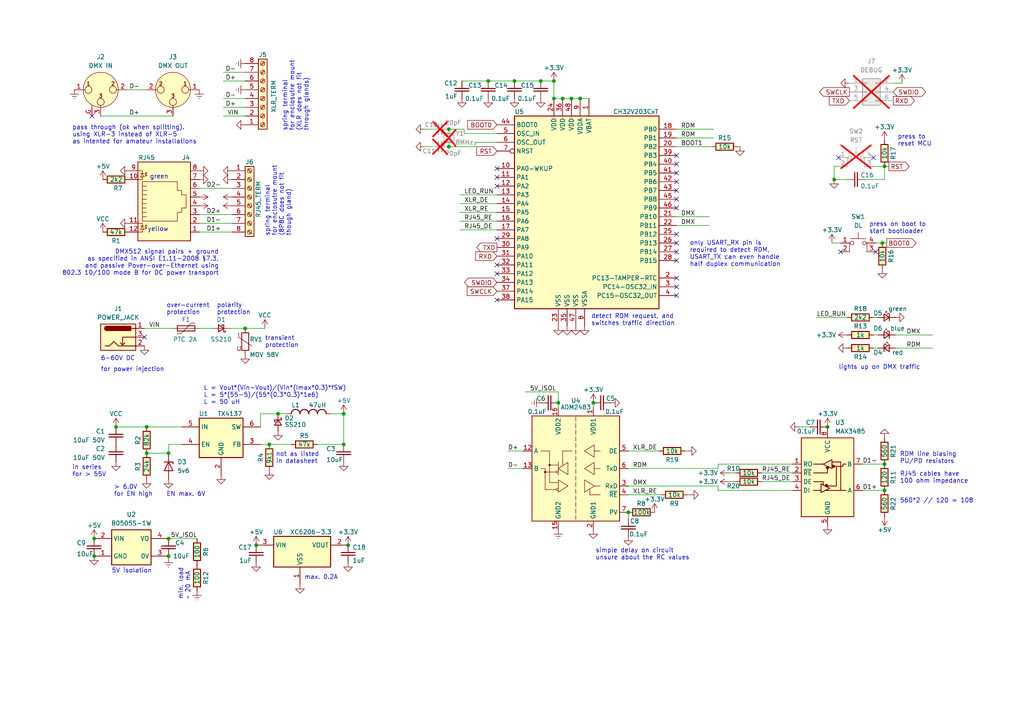
<source format=kicad_sch>
(kicad_sch (version 20230121) (generator eeschema)

  (uuid 43fc3289-82a7-492c-a423-3030e10115dc)

  (paper "A4")

  (title_block
    (title "WLED chain - RDM splitter")
    (date "$date$")
    (rev "$version$.$revision$")
    (company "CuVoodoo")
    (comment 1 "King Kévin")
    (comment 2 "CERN-OHL-S")
  )

  

  (junction (at 130.175 37.465) (diameter 0) (color 0 0 0 0)
    (uuid 04ece33a-82c7-48aa-96be-23f5c9070dd2)
  )
  (junction (at 27.305 161.29) (diameter 0) (color 0 0 0 0)
    (uuid 053b9578-49d8-4919-a0f3-56e2340bd331)
  )
  (junction (at 241.935 52.07) (diameter 0) (color 0 0 0 0)
    (uuid 0f3359e5-6238-46ab-94e2-5ad31d035354)
  )
  (junction (at 33.655 123.825) (diameter 0) (color 0 0 0 0)
    (uuid 2381e810-f9ab-408f-8a13-568604598db3)
  )
  (junction (at 168.275 28.575) (diameter 0) (color 0 0 0 0)
    (uuid 29507642-46ce-44fb-b98d-363d82593318)
  )
  (junction (at 42.545 131.445) (diameter 0) (color 0 0 0 0)
    (uuid 3d3f9b05-2452-471e-a1d9-12ea01bce859)
  )
  (junction (at 42.545 123.825) (diameter 0) (color 0 0 0 0)
    (uuid 418b8900-b8aa-408b-b20b-51b726e1ea8e)
  )
  (junction (at 165.735 28.575) (diameter 0) (color 0 0 0 0)
    (uuid 44c7b01e-eb95-4da7-b1f0-892e009c9139)
  )
  (junction (at 141.605 23.495) (diameter 0) (color 0 0 0 0)
    (uuid 4c9f21ce-013c-4a22-b1aa-eaa29b9aef34)
  )
  (junction (at 161.925 116.84) (diameter 0) (color 0 0 0 0)
    (uuid 4f686cab-d470-4c38-98c2-52ab5aa35d83)
  )
  (junction (at 130.175 42.545) (diameter 0) (color 0 0 0 0)
    (uuid 5359f887-a934-4765-86c5-cdeee7f58081)
  )
  (junction (at 80.645 120.015) (diameter 0) (color 0 0 0 0)
    (uuid 595ae46b-574d-4228-a427-a190dbead22e)
  )
  (junction (at 160.655 23.495) (diameter 0) (color 0 0 0 0)
    (uuid 66b6536a-a22f-464a-b3ba-37ac35c01920)
  )
  (junction (at 160.655 28.575) (diameter 0) (color 0 0 0 0)
    (uuid 6b5302c2-53bf-416a-a4f9-4067766988ad)
  )
  (junction (at 99.695 120.015) (diameter 0) (color 0 0 0 0)
    (uuid 75101be1-061b-40fb-b1d0-412692f31790)
  )
  (junction (at 149.225 23.495) (diameter 0) (color 0 0 0 0)
    (uuid 7ab20d8e-e5b0-4065-8993-605161ac3986)
  )
  (junction (at 48.895 156.21) (diameter 0) (color 0 0 0 0)
    (uuid 7b3a716c-7310-4802-81b7-0d289cd89f7f)
  )
  (junction (at 255.905 70.485) (diameter 0) (color 0 0 0 0)
    (uuid 7d3325b9-e7b8-4057-96b9-0c22317cd3d4)
  )
  (junction (at 27.305 156.21) (diameter 0) (color 0 0 0 0)
    (uuid 7dde6f66-5a7d-4110-a676-1dd34fc8651c)
  )
  (junction (at 172.085 116.84) (diameter 0) (color 0 0 0 0)
    (uuid 846b74dd-bf9f-4920-8053-9bec0318a29b)
  )
  (junction (at 99.695 128.905) (diameter 0) (color 0 0 0 0)
    (uuid 9ae3e424-e011-471f-a7c6-1205c33624d0)
  )
  (junction (at 71.12 95.25) (diameter 0) (color 0 0 0 0)
    (uuid 9c8ba87a-8d68-40be-96cf-4cb53fd58420)
  )
  (junction (at 163.195 28.575) (diameter 0) (color 0 0 0 0)
    (uuid 9d92710d-6837-4953-821f-d8846fb33d37)
  )
  (junction (at 256.54 134.62) (diameter 0) (color 0 0 0 0)
    (uuid a95155c6-2533-435e-bc48-3643071afdea)
  )
  (junction (at 240.03 123.825) (diameter 0) (color 0 0 0 0)
    (uuid ad578a8b-3b08-464b-9b6e-75cdf666b031)
  )
  (junction (at 74.295 158.115) (diameter 0) (color 0 0 0 0)
    (uuid afd59980-819d-4e13-96b3-e48c8d96cb25)
  )
  (junction (at 48.895 161.29) (diameter 0) (color 0 0 0 0)
    (uuid b95518fa-a2f6-4df3-a747-9066bd5222b4)
  )
  (junction (at 100.965 158.115) (diameter 0) (color 0 0 0 0)
    (uuid bad4e767-5046-4026-91cc-06b418a6f56b)
  )
  (junction (at 182.245 148.59) (diameter 0) (color 0 0 0 0)
    (uuid c482f8cf-039a-41df-a0f4-0a4ff4e693ce)
  )
  (junction (at 256.54 48.26) (diameter 0) (color 0 0 0 0)
    (uuid c7f8def2-a6f1-4d8e-adeb-50ce5bf16373)
  )
  (junction (at 256.54 142.24) (diameter 0) (color 0 0 0 0)
    (uuid d330c838-93c6-4bac-b7e7-d260266b0355)
  )
  (junction (at 156.845 23.495) (diameter 0) (color 0 0 0 0)
    (uuid d63a9990-0a92-4f15-9681-2467f36584a6)
  )
  (junction (at 78.105 128.905) (diameter 0) (color 0 0 0 0)
    (uuid f0d48008-dca5-49bd-ba34-60ab0a6e2f4f)
  )
  (junction (at 48.895 131.445) (diameter 0) (color 0 0 0 0)
    (uuid f14341c2-e3e8-464c-b7e9-e5cae85309ef)
  )

  (no_connect (at 196.215 60.325) (uuid 06c67900-8f59-4074-a678-911a93ca1a0f))
  (no_connect (at 41.91 97.79) (uuid 0f2cf2e5-fba9-4f5a-9346-75a0c1627120))
  (no_connect (at 144.145 48.895) (uuid 1431f002-39db-4c6a-b14b-1de390a4c8e2))
  (no_connect (at 196.215 85.725) (uuid 155601bc-0e60-4ec1-8167-3260ad1f3338))
  (no_connect (at 243.84 73.025) (uuid 16226224-497d-4efd-b78d-aa4e83c35696))
  (no_connect (at 144.145 76.835) (uuid 24e898ed-deaf-477f-805e-55aa43129013))
  (no_connect (at 196.215 83.185) (uuid 2abb46ae-7752-469d-91e6-f92cc6cfb17c))
  (no_connect (at 196.215 45.085) (uuid 31508b75-3236-49e3-af58-b125f562c544))
  (no_connect (at 196.215 67.945) (uuid 31edabcd-b51e-436b-995f-f6b539dac8ad))
  (no_connect (at 196.215 52.705) (uuid 4474ee6e-825a-4a0e-86da-419b3ede111c))
  (no_connect (at 26.67 33.655) (uuid 49cf0752-3b41-4e1b-a36a-5d1632e728e1))
  (no_connect (at 144.145 69.215) (uuid 5b6f23e6-8ea4-4915-9520-b052eeaa7bd4))
  (no_connect (at 196.215 55.245) (uuid 6e6e015a-bd05-4f4e-a36a-2eda73fdca25))
  (no_connect (at 144.145 51.435) (uuid 7ed72009-d629-4cfb-b509-95299070d949))
  (no_connect (at 196.215 75.565) (uuid 85e2ea23-2b33-4e80-846f-8a175b74f198))
  (no_connect (at 144.145 79.375) (uuid 8831f111-b17c-4531-9ee1-13384dddbd02))
  (no_connect (at 144.145 53.975) (uuid b2355dbf-92f9-4db0-a8bf-49c8d653bb52))
  (no_connect (at 196.215 73.025) (uuid bc52f30a-b9fe-4ec9-8d64-c2be886aaf03))
  (no_connect (at 254 73.025) (uuid bc590ddc-f374-4a6c-9a5d-4549dab6264c))
  (no_connect (at 196.215 57.785) (uuid dc61955a-575d-4db6-ac00-ad753a57c174))
  (no_connect (at 144.145 86.995) (uuid e1e554b6-0c65-48b5-9088-79be0e3cecf0))
  (no_connect (at 196.215 47.625) (uuid e46040d5-7478-4d36-bacf-7cc82af51b05))
  (no_connect (at 253.365 45.72) (uuid e5bb4af7-4798-4bd9-92e6-d5c25e7bd3f9))
  (no_connect (at 196.215 50.165) (uuid f2cfe634-0936-41cb-b244-5874b9e02b78))
  (no_connect (at 196.215 70.485) (uuid f96b83f0-af7c-4cf3-96e1-eb99e686b5a2))
  (no_connect (at 196.215 80.645) (uuid fa952dc3-788e-4be7-9a67-4cf63383d4ca))
  (no_connect (at 243.205 45.72) (uuid fbc15fc1-3ff2-4789-b945-2ed4e5131bc4))

  (wire (pts (xy 256.54 48.26) (xy 256.54 52.07))
    (stroke (width 0) (type default))
    (uuid 09f4144a-c438-4a75-817f-575b0bbb57c2)
  )
  (wire (pts (xy 156.845 23.495) (xy 149.225 23.495))
    (stroke (width 0) (type default))
    (uuid 0d6b352e-3d6f-44a7-8f51-9f43d3a68589)
  )
  (wire (pts (xy 36.83 26.035) (xy 42.545 26.035))
    (stroke (width 0) (type default))
    (uuid 0f936abd-1086-4d4e-95ef-610044c3f7d8)
  )
  (wire (pts (xy 64.77 28.575) (xy 71.12 28.575))
    (stroke (width 0) (type default))
    (uuid 0fc2c461-8858-4dcb-bff3-ef891c66c5d6)
  )
  (wire (pts (xy 75.565 123.825) (xy 75.565 120.015))
    (stroke (width 0) (type default))
    (uuid 10fbb8be-5db3-4c84-a84c-040d45b7bdb6)
  )
  (wire (pts (xy 257.175 70.485) (xy 255.905 70.485))
    (stroke (width 0) (type default))
    (uuid 14517fda-8a14-4ba9-b719-56bca6944705)
  )
  (wire (pts (xy 64.77 33.655) (xy 71.12 33.655))
    (stroke (width 0) (type default))
    (uuid 158956e9-7b3c-4c61-955d-079399bcac62)
  )
  (wire (pts (xy 48.895 161.925) (xy 48.895 161.29))
    (stroke (width 0) (type default))
    (uuid 15bf186a-6bea-4b26-a32e-3c0ab418dad9)
  )
  (wire (pts (xy 134.62 38.735) (xy 144.145 38.735))
    (stroke (width 0) (type default))
    (uuid 1afbf3f1-7427-49eb-bafe-e1d1e8efeb41)
  )
  (wire (pts (xy 147.32 130.81) (xy 151.765 130.81))
    (stroke (width 0) (type default))
    (uuid 1f40488e-c4d2-475d-a2fc-373560b5c09d)
  )
  (wire (pts (xy 161.925 116.84) (xy 161.925 118.11))
    (stroke (width 0) (type default))
    (uuid 1f6e4d34-18a6-4b3a-a9a8-4a7441fc2a36)
  )
  (wire (pts (xy 182.245 135.89) (xy 208.28 135.89))
    (stroke (width 0) (type default))
    (uuid 2230bc36-f892-4f60-8dcd-1aff12df2037)
  )
  (wire (pts (xy 130.175 37.465) (xy 134.62 37.465))
    (stroke (width 0) (type default))
    (uuid 27474408-bcfe-4ad4-b534-0a2e500fe695)
  )
  (wire (pts (xy 250.19 142.24) (xy 256.54 142.24))
    (stroke (width 0) (type default))
    (uuid 2cd5a208-f920-49c1-9c25-256cde4ef706)
  )
  (wire (pts (xy 220.98 137.16) (xy 229.87 137.16))
    (stroke (width 0) (type default))
    (uuid 2f42c3e2-0c11-44b7-b3fe-890995391646)
  )
  (wire (pts (xy 42.545 123.825) (xy 52.705 123.825))
    (stroke (width 0) (type default))
    (uuid 308805e9-9daf-43df-98b8-6580a1095126)
  )
  (wire (pts (xy 67.31 54.61) (xy 57.785 54.61))
    (stroke (width 0) (type default))
    (uuid 320ea6d6-4e3f-4154-9fda-a91a469fc8ce)
  )
  (wire (pts (xy 161.925 113.665) (xy 161.925 116.84))
    (stroke (width 0) (type default))
    (uuid 3380267d-4579-4bfb-9d56-84827b785c80)
  )
  (wire (pts (xy 182.245 130.81) (xy 191.135 130.81))
    (stroke (width 0) (type default))
    (uuid 3447473a-afce-4236-990d-da99b6ab7335)
  )
  (wire (pts (xy 67.31 62.23) (xy 57.785 62.23))
    (stroke (width 0) (type default))
    (uuid 3706c00b-2a6c-4a2f-a5d4-dea770bed30f)
  )
  (wire (pts (xy 67.31 64.77) (xy 57.785 64.77))
    (stroke (width 0) (type default))
    (uuid 3838bb9b-66d2-4446-b325-0f8b12ca4292)
  )
  (wire (pts (xy 241.3 70.485) (xy 243.84 70.485))
    (stroke (width 0) (type default))
    (uuid 3d1c71ce-e66b-4c36-97a3-b60335fb7eb4)
  )
  (wire (pts (xy 256.54 48.26) (xy 253.365 48.26))
    (stroke (width 0) (type default))
    (uuid 415f4d2f-613d-4486-8ea5-13d320b796a0)
  )
  (wire (pts (xy 137.795 41.275) (xy 137.795 42.545))
    (stroke (width 0) (type default))
    (uuid 41b560df-98b7-46ef-a0fa-5d882766ec78)
  )
  (wire (pts (xy 229.87 142.24) (xy 208.28 142.24))
    (stroke (width 0) (type default))
    (uuid 481c49aa-b899-4efd-9d92-5eed96700f01)
  )
  (wire (pts (xy 229.87 139.7) (xy 220.98 139.7))
    (stroke (width 0) (type default))
    (uuid 4f15edda-b412-41da-8141-910e1f17649b)
  )
  (wire (pts (xy 92.075 128.905) (xy 99.695 128.905))
    (stroke (width 0) (type default))
    (uuid 4fa2f3cc-06fb-43e4-87d1-4fc3eb5304e5)
  )
  (wire (pts (xy 196.215 40.005) (xy 207.01 40.005))
    (stroke (width 0) (type default))
    (uuid 516cdd9a-ebe6-4982-8065-e47e7a30cf31)
  )
  (wire (pts (xy 256.54 52.07) (xy 250.825 52.07))
    (stroke (width 0) (type default))
    (uuid 5171b58b-defa-467e-9cce-abe301022f45)
  )
  (wire (pts (xy 133.985 23.495) (xy 141.605 23.495))
    (stroke (width 0) (type default))
    (uuid 54f73a38-a546-44db-8ce3-1f522b1261c9)
  )
  (wire (pts (xy 48.895 128.905) (xy 52.705 128.905))
    (stroke (width 0) (type default))
    (uuid 5526da05-d74f-4ed0-98c5-9fb4333895ba)
  )
  (wire (pts (xy 198.755 130.81) (xy 199.39 130.81))
    (stroke (width 0) (type default))
    (uuid 5a53395c-4751-4976-840d-716e1b1a198f)
  )
  (wire (pts (xy 133.35 61.595) (xy 144.145 61.595))
    (stroke (width 0) (type default))
    (uuid 5d490183-5e62-4bcb-b839-d981e8827373)
  )
  (wire (pts (xy 168.275 28.575) (xy 170.815 28.575))
    (stroke (width 0) (type default))
    (uuid 5d4d59c1-cbd1-472a-8d78-156cc255ccb9)
  )
  (wire (pts (xy 149.225 23.495) (xy 141.605 23.495))
    (stroke (width 0) (type default))
    (uuid 5ed8da64-a748-4822-96f0-68aed000ef82)
  )
  (wire (pts (xy 123.19 37.465) (xy 125.095 37.465))
    (stroke (width 0) (type default))
    (uuid 5f8b1797-741c-48e1-b1b1-15ab85faa488)
  )
  (wire (pts (xy 211.455 137.16) (xy 213.36 137.16))
    (stroke (width 0) (type default))
    (uuid 6162760c-ff5c-4c19-badb-837b549358b3)
  )
  (wire (pts (xy 200.025 143.51) (xy 199.39 143.51))
    (stroke (width 0) (type default))
    (uuid 63e84f5b-3b75-4252-b239-fd47bc34b5e7)
  )
  (wire (pts (xy 241.935 48.26) (xy 241.935 52.07))
    (stroke (width 0) (type default))
    (uuid 6572b469-8f4a-4021-91af-62f9d39f2a61)
  )
  (wire (pts (xy 99.695 120.015) (xy 95.885 120.015))
    (stroke (width 0) (type default))
    (uuid 65751e3d-a409-4b27-b5ed-29f28a5c5da9)
  )
  (wire (pts (xy 78.105 128.905) (xy 75.565 128.905))
    (stroke (width 0) (type default))
    (uuid 6e496a29-dabd-489a-b960-11a0c4a25dc9)
  )
  (wire (pts (xy 33.655 123.825) (xy 42.545 123.825))
    (stroke (width 0) (type default))
    (uuid 6eb69764-766d-4b78-b565-db32f74f2855)
  )
  (wire (pts (xy 250.19 134.62) (xy 256.54 134.62))
    (stroke (width 0) (type default))
    (uuid 6f2cbad7-3d98-4f7c-99f0-392348314dfc)
  )
  (wire (pts (xy 254.635 92.075) (xy 253.365 92.075))
    (stroke (width 0) (type default))
    (uuid 7166351a-71d2-4b4c-8ec8-bed9fe52f6d2)
  )
  (wire (pts (xy 48.895 156.21) (xy 57.15 156.21))
    (stroke (width 0) (type default))
    (uuid 7542ed79-5d7a-4e06-9f0b-13845f8a18dd)
  )
  (wire (pts (xy 64.77 31.115) (xy 71.12 31.115))
    (stroke (width 0) (type default))
    (uuid 79a6d424-c0db-477f-9f9b-a9d039181e49)
  )
  (wire (pts (xy 133.35 59.055) (xy 144.145 59.055))
    (stroke (width 0) (type default))
    (uuid 7dc6324d-79df-443d-b0b9-09420f5b79aa)
  )
  (wire (pts (xy 80.645 120.015) (xy 83.185 120.015))
    (stroke (width 0) (type default))
    (uuid 7f9e72aa-e383-4c05-93e6-413373280f84)
  )
  (wire (pts (xy 76.835 95.25) (xy 71.12 95.25))
    (stroke (width 0) (type default))
    (uuid 8713eb6e-da24-4fe1-a650-21f4fee310a7)
  )
  (wire (pts (xy 160.655 28.575) (xy 163.195 28.575))
    (stroke (width 0) (type default))
    (uuid 8748347f-5c75-4a96-ad25-0391b9c80565)
  )
  (wire (pts (xy 41.91 95.25) (xy 50.165 95.25))
    (stroke (width 0) (type default))
    (uuid 89462ab3-2fe5-423f-9cec-1734b6ca044f)
  )
  (wire (pts (xy 254.635 97.155) (xy 253.365 97.155))
    (stroke (width 0) (type default))
    (uuid 8aba5c4c-71c3-4fe1-ad8c-8556c0f93f77)
  )
  (wire (pts (xy 133.35 66.675) (xy 144.145 66.675))
    (stroke (width 0) (type default))
    (uuid 8c1e6965-b92e-4f1d-9f01-0232b01399b0)
  )
  (wire (pts (xy 259.715 97.155) (xy 270.51 97.155))
    (stroke (width 0) (type default))
    (uuid 8ceabb47-7f53-4d8a-935c-55d891b859e5)
  )
  (wire (pts (xy 182.245 140.97) (xy 208.28 140.97))
    (stroke (width 0) (type default))
    (uuid 90061836-a73c-4a35-8519-ebd8891a9fd8)
  )
  (wire (pts (xy 123.19 42.545) (xy 125.095 42.545))
    (stroke (width 0) (type default))
    (uuid 93ac218f-9c23-4011-b3e9-fb0b19660f50)
  )
  (wire (pts (xy 57.785 95.25) (xy 61.595 95.25))
    (stroke (width 0) (type default))
    (uuid 95551246-37d7-47a7-b3ff-7ba834d48ce6)
  )
  (wire (pts (xy 147.32 135.89) (xy 151.765 135.89))
    (stroke (width 0) (type default))
    (uuid 95dce349-8f1d-41e7-854a-c52ffb43449e)
  )
  (wire (pts (xy 241.935 48.26) (xy 243.205 48.26))
    (stroke (width 0) (type default))
    (uuid 9c1798a4-e8c2-4e83-b96f-2890b6df3332)
  )
  (wire (pts (xy 214.63 42.545) (xy 213.995 42.545))
    (stroke (width 0) (type default))
    (uuid 9e5ea593-c9aa-411b-9f4e-dbd4d485a05e)
  )
  (wire (pts (xy 134.62 37.465) (xy 134.62 38.735))
    (stroke (width 0) (type default))
    (uuid 9f346e82-5415-4e18-9d5f-8afa7767f332)
  )
  (wire (pts (xy 64.77 23.495) (xy 71.12 23.495))
    (stroke (width 0) (type default))
    (uuid a03181d1-ecaf-4c80-92fd-276612942dd5)
  )
  (wire (pts (xy 196.215 37.465) (xy 207.01 37.465))
    (stroke (width 0) (type default))
    (uuid a34264d8-03c4-4ece-8757-c57fefb8320e)
  )
  (wire (pts (xy 255.905 70.485) (xy 254 70.485))
    (stroke (width 0) (type default))
    (uuid aba0b366-9d46-477b-88a4-12ec2a2f5593)
  )
  (wire (pts (xy 261.62 24.13) (xy 259.08 24.13))
    (stroke (width 0) (type default))
    (uuid acc5b88e-b965-4b5d-9ea3-cb1c28a79947)
  )
  (wire (pts (xy 152.4 113.665) (xy 161.925 113.665))
    (stroke (width 0) (type default))
    (uuid b35e44ad-31df-471f-aea5-7c8e10aa5bc8)
  )
  (wire (pts (xy 196.215 42.545) (xy 206.375 42.545))
    (stroke (width 0) (type default))
    (uuid b89d7d93-8c09-4a3f-b2d7-f0cadf819e11)
  )
  (wire (pts (xy 133.35 56.515) (xy 144.145 56.515))
    (stroke (width 0) (type default))
    (uuid b9e3f71e-f780-40d9-9b61-1d71061a89e5)
  )
  (wire (pts (xy 78.105 128.905) (xy 84.455 128.905))
    (stroke (width 0) (type default))
    (uuid ba4cceb6-76d3-4219-80a2-f5d0cf57027b)
  )
  (wire (pts (xy 64.77 20.955) (xy 71.12 20.955))
    (stroke (width 0) (type default))
    (uuid bb3497d6-b531-468d-9c72-925c16217aaa)
  )
  (wire (pts (xy 144.145 41.275) (xy 137.795 41.275))
    (stroke (width 0) (type default))
    (uuid c1ba2cb6-7883-42ee-a3e2-892643d98b4d)
  )
  (wire (pts (xy 211.455 139.7) (xy 213.36 139.7))
    (stroke (width 0) (type default))
    (uuid c28fa3da-9eef-4063-9c7e-5187736655aa)
  )
  (wire (pts (xy 196.215 62.865) (xy 205.74 62.865))
    (stroke (width 0) (type default))
    (uuid c37f1368-0819-4d3e-9cba-196d4b831d7b)
  )
  (wire (pts (xy 208.28 134.62) (xy 208.28 135.89))
    (stroke (width 0) (type default))
    (uuid c67c03aa-982b-4af2-a1a0-83521400c3cb)
  )
  (wire (pts (xy 182.245 143.51) (xy 191.77 143.51))
    (stroke (width 0) (type default))
    (uuid c7343881-d8db-420f-aab2-e13b434e1590)
  )
  (wire (pts (xy 208.28 142.24) (xy 208.28 140.97))
    (stroke (width 0) (type default))
    (uuid ce478332-9786-4ce1-bfa6-078439103304)
  )
  (wire (pts (xy 160.655 23.495) (xy 156.845 23.495))
    (stroke (width 0) (type default))
    (uuid d0303bc8-430b-469a-92af-f25e519db559)
  )
  (wire (pts (xy 259.715 100.965) (xy 270.51 100.965))
    (stroke (width 0) (type default))
    (uuid d3b10d94-a661-4f4e-ac5a-60c739a6b884)
  )
  (wire (pts (xy 257.81 48.26) (xy 256.54 48.26))
    (stroke (width 0) (type default))
    (uuid d55ec05b-ded9-4e70-bed5-f01783f09988)
  )
  (wire (pts (xy 75.565 120.015) (xy 80.645 120.015))
    (stroke (width 0) (type default))
    (uuid d6aa4b93-0a3e-44b4-8a90-202ae816bafb)
  )
  (wire (pts (xy 229.87 134.62) (xy 208.28 134.62))
    (stroke (width 0) (type default))
    (uuid d788f1ab-75fe-411f-b2b9-90584f4caf1c)
  )
  (wire (pts (xy 165.735 28.575) (xy 168.275 28.575))
    (stroke (width 0) (type default))
    (uuid d9772f46-d2c7-4d69-932b-9adfac6d03d7)
  )
  (wire (pts (xy 240.03 123.825) (xy 240.03 124.46))
    (stroke (width 0) (type default))
    (uuid db1a9a4d-6225-4300-8e37-8b285b968908)
  )
  (wire (pts (xy 48.895 128.905) (xy 48.895 131.445))
    (stroke (width 0) (type default))
    (uuid db30bf9e-a49d-40f9-af0c-5882c3adac23)
  )
  (wire (pts (xy 133.35 64.135) (xy 144.145 64.135))
    (stroke (width 0) (type default))
    (uuid dc8c4cb9-f908-4feb-8cb6-453d18184ace)
  )
  (wire (pts (xy 182.245 150.495) (xy 182.245 148.59))
    (stroke (width 0) (type default))
    (uuid dd41e5cf-7bff-45cf-ab29-82e097efdb25)
  )
  (wire (pts (xy 42.545 131.445) (xy 48.895 131.445))
    (stroke (width 0) (type default))
    (uuid dde1da80-3f8f-4954-a11f-a3d672630471)
  )
  (wire (pts (xy 160.655 23.495) (xy 160.655 28.575))
    (stroke (width 0) (type default))
    (uuid e25fcdaf-9339-4c3b-ae94-6bb0993b23a8)
  )
  (wire (pts (xy 241.935 52.07) (xy 245.745 52.07))
    (stroke (width 0) (type default))
    (uuid e2f60f8a-1a2d-4939-993e-90c161b5fd79)
  )
  (wire (pts (xy 236.855 92.075) (xy 245.745 92.075))
    (stroke (width 0) (type default))
    (uuid e466606c-b6d4-4b37-a732-3b9ccf83f166)
  )
  (wire (pts (xy 231.775 123.825) (xy 234.95 123.825))
    (stroke (width 0) (type default))
    (uuid e5468fa1-58d6-44ce-b2ba-3f4e61c09509)
  )
  (wire (pts (xy 29.21 33.655) (xy 50.165 33.655))
    (stroke (width 0) (type default))
    (uuid eab6e8e8-47b1-4715-aaa5-9569e4b4f536)
  )
  (wire (pts (xy 253.365 100.965) (xy 254.635 100.965))
    (stroke (width 0) (type default))
    (uuid eb7b6c71-c82f-4b66-a965-c87669b3053e)
  )
  (wire (pts (xy 137.795 42.545) (xy 130.175 42.545))
    (stroke (width 0) (type default))
    (uuid ebf4642b-ef9d-4988-b813-6aff5484f778)
  )
  (wire (pts (xy 99.695 120.015) (xy 99.695 128.905))
    (stroke (width 0) (type default))
    (uuid ee6e5110-f91d-416e-8739-e182d10efeba)
  )
  (wire (pts (xy 196.215 65.405) (xy 205.74 65.405))
    (stroke (width 0) (type default))
    (uuid eee0202f-6951-4bb9-b5a5-e73affd61484)
  )
  (wire (pts (xy 163.195 28.575) (xy 165.735 28.575))
    (stroke (width 0) (type default))
    (uuid f4a4a9c7-47a7-4cbe-a251-7e713f687964)
  )
  (wire (pts (xy 67.31 67.31) (xy 57.785 67.31))
    (stroke (width 0) (type default))
    (uuid f5ac272e-5f3e-4bea-921a-d83e85fd6900)
  )
  (wire (pts (xy 172.085 116.84) (xy 172.085 118.11))
    (stroke (width 0) (type default))
    (uuid fc666d29-5d6b-4d74-b0a3-d44e5c86a4ec)
  )
  (wire (pts (xy 66.675 95.25) (xy 71.12 95.25))
    (stroke (width 0) (type default))
    (uuid fe9ed541-f877-4043-9bec-29681967409a)
  )

  (text "spring terminal\nfor enclosutre mount\n(8P8C does not fit\nthough gland)"
    (at 84.455 68.58 90)
    (effects (font (size 1.27 1.27)) (justify left bottom))
    (uuid 031f44db-a871-4da2-854d-d695dc6a34f9)
  )
  (text "6-60V DC" (at 29.21 104.775 0)
    (effects (font (size 1.27 1.27)) (justify left bottom))
    (uuid 0dd73fb4-1291-4d27-8beb-ccc430889b50)
  )
  (text "RJ45 cables have\n100 ohm impedance" (at 260.985 140.335 0)
    (effects (font (size 1.27 1.27)) (justify left bottom))
    (uuid 1a67f0bd-11f9-4a70-950f-86febac6bdbd)
  )
  (text "green" (at 48.895 52.07 0)
    (effects (font (size 1.27 1.27)) (justify right bottom))
    (uuid 28dd7ea7-8e68-488a-bb34-777a35d5b3f2)
  )
  (text "press on boot to\nstart bootloader" (at 252.095 67.945 0)
    (effects (font (size 1.27 1.27)) (justify left bottom))
    (uuid 292cef82-fa7c-4ca0-a444-d6527ba3c355)
  )
  (text "detect RDM request, and\nswitches traffic direction"
    (at 171.45 94.615 0)
    (effects (font (size 1.27 1.27)) (justify left bottom))
    (uuid 31314f79-d549-4361-a213-f33bb63c3fdf)
  )
  (text "in series\nfor > 55V" (at 20.955 138.43 0)
    (effects (font (size 1.27 1.27)) (justify left bottom))
    (uuid 3a2f1174-217f-43d2-949c-e2623932cfd3)
  )
  (text "simple delay on circuit\nunsure about the RC values"
    (at 172.72 162.56 0)
    (effects (font (size 1.27 1.27)) (justify left bottom))
    (uuid 41c948ef-7e58-4d47-9133-a251c03e0361)
  )
  (text "not as listed\nin datasheet" (at 80.01 134.62 0)
    (effects (font (size 1.27 1.27)) (justify left bottom))
    (uuid 42b6afe3-50e6-4a1f-b203-d164fd481f5f)
  )
  (text "only USART_RX pin is\nrequired to detect RDM,\nUSART_TX can even handle\nhalf duplex communication"
    (at 200.025 77.47 0)
    (effects (font (size 1.27 1.27)) (justify left bottom))
    (uuid 44d01605-44a0-4acb-9be6-6e07937f84bc)
  )
  (text "lights up on DMX traffic" (at 243.205 107.315 0)
    (effects (font (size 1.27 1.27)) (justify left bottom))
    (uuid 4d2d01a9-1ef0-4db9-a360-49c90a79b025)
  )
  (text "polarity\nprotection" (at 62.865 91.44 0)
    (effects (font (size 1.27 1.27)) (justify left bottom))
    (uuid 52442132-575a-455f-ae5b-427cfdf130e3)
  )
  (text "RDM line biasing\nPU/PD resistors" (at 260.985 134.62 0)
    (effects (font (size 1.27 1.27)) (justify left bottom))
    (uuid 5430b26a-ef70-4b25-b022-f5a540b17624)
  )
  (text "560*2 // 120 = 108" (at 260.985 146.05 0)
    (effects (font (size 1.27 1.27)) (justify left bottom))
    (uuid 70ea6afd-1ad4-4cc7-96e6-3f2651145816)
  )
  (text "> 6.0V\nfor EN high" (at 33.02 144.145 0)
    (effects (font (size 1.27 1.27)) (justify left bottom))
    (uuid 73b4343a-663d-403d-8e75-04800994235a)
  )
  (text "for power injection" (at 29.21 107.95 0)
    (effects (font (size 1.27 1.27)) (justify left bottom))
    (uuid 84d92566-d3f2-457d-9444-617cda37a503)
  )
  (text "transient\nprotection" (at 76.835 100.965 0)
    (effects (font (size 1.27 1.27)) (justify left bottom))
    (uuid 8a7d4db3-1013-4bd0-9baf-322a995e03bc)
  )
  (text "5V isolation" (at 32.385 166.37 0)
    (effects (font (size 1.27 1.27)) (justify left bottom))
    (uuid 8ad34a5c-a1ef-4805-ae3c-68b361a4965d)
  )
  (text "L = Vout*(Vin-Vout)/(Vin*(Imax*0.3)*fSW)\nL = 5*(55-5)/(55*(0.3*0.3)*1e6)\nL = 50 uH"
    (at 59.055 117.475 0)
    (effects (font (size 1.27 1.27)) (justify left bottom))
    (uuid 8f60ccff-3060-4c0d-b317-1450645cd81c)
  )
  (text "DMX512 signal pairs + ground\nas specified in ANSI E1.11-2008 §7.3,\nand passive Pover-over-Ethernet using\n802.3 10/100 mode B for DC power transport"
    (at 63.5 80.01 0)
    (effects (font (size 1.27 1.27)) (justify right bottom))
    (uuid ac5a79e7-a82c-4b0c-bed7-52e1ae9321e7)
  )
  (text "press to\nreset MCU" (at 260.35 42.545 0)
    (effects (font (size 1.27 1.27)) (justify left bottom))
    (uuid b18c2758-5a3c-4cde-a782-3c830413e015)
  )
  (text "yellow" (at 48.895 67.31 0)
    (effects (font (size 1.27 1.27)) (justify right bottom))
    (uuid bf53cc9d-b054-4372-8499-6e86f961a585)
  )
  (text "over-current\nprotection" (at 48.26 91.44 0)
    (effects (font (size 1.27 1.27)) (justify left bottom))
    (uuid d05095ce-a53e-43d9-bd5b-071b63f0e606)
  )
  (text "min. load\n~ 20 mA\n" (at 55.245 173.99 90)
    (effects (font (size 1.27 1.27)) (justify left bottom))
    (uuid e03eba90-a039-4ba8-8743-5d6a48df46fe)
  )
  (text "spring terminal\nfor enclosutre mount\n(XLR does not fit\nthrough glands)"
    (at 89.535 38.1 90)
    (effects (font (size 1.27 1.27)) (justify left bottom))
    (uuid e69a78de-4af1-4633-8493-e612da10e4b7)
  )
  (text "EN max. 6V" (at 48.26 144.145 0)
    (effects (font (size 1.27 1.27)) (justify left bottom))
    (uuid f0012ab9-32e1-4c03-95d6-e650eaa73d72)
  )
  (text "pass through (ok when splitting).\nusing XLR-3 instead of XLR-5\nas intented for amateur installations"
    (at 20.955 41.91 0)
    (effects (font (size 1.27 1.27)) (justify left bottom))
    (uuid f9d5ae8a-0441-4b0e-a374-b0fe681163f0)
  )
  (text "max. 0.2A" (at 88.265 168.275 0)
    (effects (font (size 1.27 1.27)) (justify left bottom))
    (uuid fca76d65-96a8-4b15-8a47-94b9cc4f29e8)
  )

  (label "D+" (at 37.465 33.655 0) (fields_autoplaced)
    (effects (font (size 1.27 1.27)) (justify left bottom))
    (uuid 05b21ad9-1b73-4520-a103-4a2ac1da3c26)
  )
  (label "D2+" (at 64.135 62.23 180) (fields_autoplaced)
    (effects (font (size 1.27 1.27)) (justify right bottom))
    (uuid 0909c09d-378a-4dbc-a4a6-0335b7254cf7)
  )
  (label "XLR_RE" (at 183.515 143.51 0) (fields_autoplaced)
    (effects (font (size 1.27 1.27)) (justify left bottom))
    (uuid 1965b030-fddd-49ed-9e6e-fc869b971b5a)
  )
  (label "DMX" (at 197.485 62.865 0) (fields_autoplaced)
    (effects (font (size 1.27 1.27)) (justify left bottom))
    (uuid 1ba2c901-5945-4001-ac73-6e574675747b)
  )
  (label "D-" (at 37.465 26.035 0) (fields_autoplaced)
    (effects (font (size 1.27 1.27)) (justify left bottom))
    (uuid 1ffb166a-6296-4302-bcee-7affbec80e21)
  )
  (label "D-" (at 65.405 20.955 0) (fields_autoplaced)
    (effects (font (size 1.27 1.27)) (justify left bottom))
    (uuid 2821a32f-0f29-47c4-9900-6eeb472997ef)
  )
  (label "RJ45_RE" (at 220.98 137.16 0) (fields_autoplaced)
    (effects (font (size 1.27 1.27)) (justify left bottom))
    (uuid 2c860743-c388-4626-a08c-af96033753b8)
  )
  (label "D+" (at 65.405 23.495 0) (fields_autoplaced)
    (effects (font (size 1.27 1.27)) (justify left bottom))
    (uuid 2cca75b3-9bd4-4f6e-bf98-ebb366f1ac58)
  )
  (label "RJ45_RE" (at 134.62 64.135 0) (fields_autoplaced)
    (effects (font (size 1.27 1.27)) (justify left bottom))
    (uuid 3183d9e3-6f05-4885-9ea3-a9face598fb2)
  )
  (label "XLR_RE" (at 134.62 61.595 0) (fields_autoplaced)
    (effects (font (size 1.27 1.27)) (justify left bottom))
    (uuid 48000775-8ff1-476d-ae25-a6a25364aebc)
  )
  (label "RDM" (at 197.485 40.005 0) (fields_autoplaced)
    (effects (font (size 1.27 1.27)) (justify left bottom))
    (uuid 4b422da3-8d6d-426d-bed0-63e8c03d3610)
  )
  (label "DMX" (at 183.515 140.97 0) (fields_autoplaced)
    (effects (font (size 1.27 1.27)) (justify left bottom))
    (uuid 5ba1eb25-b74d-4bb4-9c20-e2cda774f581)
  )
  (label "VIN" (at 69.215 33.655 180) (fields_autoplaced)
    (effects (font (size 1.27 1.27)) (justify right bottom))
    (uuid 614f7f1d-f2a9-4af6-a9ba-6f0a4bfa8a50)
  )
  (label "RJ45_DE" (at 134.62 66.675 0) (fields_autoplaced)
    (effects (font (size 1.27 1.27)) (justify left bottom))
    (uuid 64ee5baf-f763-45ee-8bf2-e5258c422ec5)
  )
  (label "5V_ISOL" (at 153.67 113.665 0) (fields_autoplaced)
    (effects (font (size 1.27 1.27)) (justify left bottom))
    (uuid 6afb4245-d4df-4b35-beb9-31fbed07380c)
  )
  (label "RDM" (at 262.89 100.965 0) (fields_autoplaced)
    (effects (font (size 1.27 1.27)) (justify left bottom))
    (uuid 7247b15f-cb68-4c31-9ab7-38777094dc97)
  )
  (label "XLR_DE" (at 134.62 59.055 0) (fields_autoplaced)
    (effects (font (size 1.27 1.27)) (justify left bottom))
    (uuid 77788df8-72f8-4557-8631-98f31c6376f1)
  )
  (label "RJ45_DE" (at 220.98 139.7 0) (fields_autoplaced)
    (effects (font (size 1.27 1.27)) (justify left bottom))
    (uuid 7d8c0874-9e95-46aa-b3c2-6453e35c0be1)
  )
  (label "D1-" (at 250.19 134.62 0) (fields_autoplaced)
    (effects (font (size 1.27 1.27)) (justify left bottom))
    (uuid 85424c32-c829-49b6-ba9d-2254446bf4e0)
  )
  (label "D1+" (at 250.19 142.24 0) (fields_autoplaced)
    (effects (font (size 1.27 1.27)) (justify left bottom))
    (uuid 85ac18a4-7019-4db9-8f67-521f23a9e4b4)
  )
  (label "VIN" (at 43.18 95.25 0) (fields_autoplaced)
    (effects (font (size 1.27 1.27)) (justify left bottom))
    (uuid 88e2cbe6-c931-461e-b986-a1ef85fa403a)
  )
  (label "D-" (at 147.32 135.89 0) (fields_autoplaced)
    (effects (font (size 1.27 1.27)) (justify left bottom))
    (uuid 8be4332f-965d-40c6-bbca-91908b9197c3)
  )
  (label "D1+" (at 64.135 67.31 180) (fields_autoplaced)
    (effects (font (size 1.27 1.27)) (justify right bottom))
    (uuid 8e6d5855-462c-4437-a446-97716b02f51a)
  )
  (label "BOOT1" (at 197.485 42.545 0) (fields_autoplaced)
    (effects (font (size 1.27 1.27)) (justify left bottom))
    (uuid 982d4e13-d1dd-45bc-ad52-33e407958dcd)
  )
  (label "LED_RUN" (at 134.62 56.515 0) (fields_autoplaced)
    (effects (font (size 1.27 1.27)) (justify left bottom))
    (uuid a7c54aa4-6f0d-4d82-aa37-659efccb68a4)
  )
  (label "DMX" (at 197.485 65.405 0) (fields_autoplaced)
    (effects (font (size 1.27 1.27)) (justify left bottom))
    (uuid b8971856-542b-4ceb-b925-99ecee612fad)
  )
  (label "RDM" (at 197.485 37.465 0) (fields_autoplaced)
    (effects (font (size 1.27 1.27)) (justify left bottom))
    (uuid ba60b05d-87a1-4eab-9e36-72d8bf36c191)
  )
  (label "D+" (at 147.32 130.81 0) (fields_autoplaced)
    (effects (font (size 1.27 1.27)) (justify left bottom))
    (uuid bded141a-e54a-40c0-b237-c390585fd9e1)
  )
  (label "DMX" (at 262.89 97.155 0) (fields_autoplaced)
    (effects (font (size 1.27 1.27)) (justify left bottom))
    (uuid c66500e0-0d14-4f99-939f-cc61ad90589e)
  )
  (label "D1-" (at 64.135 64.77 180) (fields_autoplaced)
    (effects (font (size 1.27 1.27)) (justify right bottom))
    (uuid c7559f4f-867b-4ba6-8931-250c9b68b4f5)
  )
  (label "5V_ISOL" (at 49.53 156.21 0) (fields_autoplaced)
    (effects (font (size 1.27 1.27)) (justify left bottom))
    (uuid ccb270ac-827d-4278-ac0a-e65ff5670cfe)
  )
  (label "XLR_DE" (at 183.515 130.81 0) (fields_autoplaced)
    (effects (font (size 1.27 1.27)) (justify left bottom))
    (uuid cfdce455-550b-46f7-8ad1-8674bb873164)
  )
  (label "D-" (at 65.405 28.575 0) (fields_autoplaced)
    (effects (font (size 1.27 1.27)) (justify left bottom))
    (uuid d15cffd9-62b3-491c-bf37-e19482b1e9fa)
  )
  (label "D+" (at 65.405 31.115 0) (fields_autoplaced)
    (effects (font (size 1.27 1.27)) (justify left bottom))
    (uuid de6882bf-d9d1-4970-95b2-abe37bcd5641)
  )
  (label "RDM" (at 183.515 135.89 0) (fields_autoplaced)
    (effects (font (size 1.27 1.27)) (justify left bottom))
    (uuid ef9844b9-b9b9-4850-858c-7b98ca7d9385)
  )
  (label "D2-" (at 64.135 54.61 180) (fields_autoplaced)
    (effects (font (size 1.27 1.27)) (justify right bottom))
    (uuid f364b9e1-21b7-4bb0-b485-4dcddcb206d6)
  )
  (label "LED_RUN" (at 236.855 92.075 0) (fields_autoplaced)
    (effects (font (size 1.27 1.27)) (justify left bottom))
    (uuid fc4332d7-bc94-4992-894c-e5709cd8298f)
  )

  (global_label "TXD" (shape input) (at 246.38 29.21 180) (fields_autoplaced)
    (effects (font (size 1.27 1.27)) (justify right))
    (uuid 251d2ff7-a43d-4a37-bff2-92e42deadaaa)
    (property "Intersheetrefs" "${INTERSHEET_REFS}" (at 240.0271 29.21 0)
      (effects (font (size 1.27 1.27)) (justify right) hide)
    )
  )
  (global_label "BOOT0" (shape input) (at 144.145 36.195 180) (fields_autoplaced)
    (effects (font (size 1.27 1.27)) (justify right))
    (uuid 2bae7071-e36d-4a73-bc74-da050a60b29a)
    (property "Intersheetrefs" "${INTERSHEET_REFS}" (at 135.0517 36.195 0)
      (effects (font (size 1.27 1.27)) (justify right) hide)
    )
  )
  (global_label "SWDIO" (shape bidirectional) (at 144.145 81.915 180) (fields_autoplaced)
    (effects (font (size 1.27 1.27)) (justify right))
    (uuid 50c7d2ee-c556-40c0-8771-ac56fd7e51b1)
    (property "Intersheetrefs" "${INTERSHEET_REFS}" (at 134.1823 81.915 0)
      (effects (font (size 1.27 1.27)) (justify right) hide)
    )
  )
  (global_label "BOOT0" (shape output) (at 257.175 70.485 0) (fields_autoplaced)
    (effects (font (size 1.27 1.27)) (justify left))
    (uuid 5d9b34fb-ebe5-4dc9-a7a4-48d64cf8e4fb)
    (property "Intersheetrefs" "${INTERSHEET_REFS}" (at 266.2683 70.485 0)
      (effects (font (size 1.27 1.27)) (justify left) hide)
    )
  )
  (global_label "SWCLK" (shape input) (at 144.145 84.455 180) (fields_autoplaced)
    (effects (font (size 1.27 1.27)) (justify right))
    (uuid 729bd47a-e966-491d-92bc-5cc26a7d5dd3)
    (property "Intersheetrefs" "${INTERSHEET_REFS}" (at 134.9308 84.455 0)
      (effects (font (size 1.27 1.27)) (justify right) hide)
    )
  )
  (global_label "RST" (shape input) (at 144.145 43.815 180) (fields_autoplaced)
    (effects (font (size 1.27 1.27)) (justify right))
    (uuid 777bce97-11ff-499c-b844-96810776020f)
    (property "Intersheetrefs" "${INTERSHEET_REFS}" (at 137.7127 43.815 0)
      (effects (font (size 1.27 1.27)) (justify right) hide)
    )
  )
  (global_label "SWDIO" (shape bidirectional) (at 259.08 26.67 0) (fields_autoplaced)
    (effects (font (size 1.27 1.27)) (justify left))
    (uuid 9025980a-4b82-48b3-a046-ef9afa11e3f6)
    (property "Intersheetrefs" "${INTERSHEET_REFS}" (at 269.0427 26.67 0)
      (effects (font (size 1.27 1.27)) (justify left) hide)
    )
  )
  (global_label "RST" (shape output) (at 257.81 48.26 0) (fields_autoplaced)
    (effects (font (size 1.27 1.27)) (justify left))
    (uuid a6ec96e0-86fe-4c23-b7ec-855fb51496d9)
    (property "Intersheetrefs" "${INTERSHEET_REFS}" (at 264.2423 48.26 0)
      (effects (font (size 1.27 1.27)) (justify left) hide)
    )
  )
  (global_label "SWCLK" (shape output) (at 246.38 26.67 180) (fields_autoplaced)
    (effects (font (size 1.27 1.27)) (justify right))
    (uuid a81d3242-561b-476a-8f43-a98b8114ec34)
    (property "Intersheetrefs" "${INTERSHEET_REFS}" (at 237.1658 26.67 0)
      (effects (font (size 1.27 1.27)) (justify right) hide)
    )
  )
  (global_label "TXD" (shape output) (at 144.145 71.755 180) (fields_autoplaced)
    (effects (font (size 1.27 1.27)) (justify right))
    (uuid ccce5590-38a4-4aae-9429-361a4b58b4e6)
    (property "Intersheetrefs" "${INTERSHEET_REFS}" (at 137.7921 71.755 0)
      (effects (font (size 1.27 1.27)) (justify right) hide)
    )
  )
  (global_label "RXD" (shape input) (at 144.145 74.295 180) (fields_autoplaced)
    (effects (font (size 1.27 1.27)) (justify right))
    (uuid ceddc3a6-f490-484e-b7a3-826e6134298e)
    (property "Intersheetrefs" "${INTERSHEET_REFS}" (at 137.4897 74.295 0)
      (effects (font (size 1.27 1.27)) (justify right) hide)
    )
  )
  (global_label "RXD" (shape output) (at 259.08 29.21 0) (fields_autoplaced)
    (effects (font (size 1.27 1.27)) (justify left))
    (uuid e0713b48-05e5-422a-ac7d-ede7bf002010)
    (property "Intersheetrefs" "${INTERSHEET_REFS}" (at 265.7353 29.21 0)
      (effects (font (size 1.27 1.27)) (justify left) hide)
    )
  )

  (symbol (lib_id "power:GND") (at 255.905 78.105 0) (mirror y) (unit 1)
    (in_bom yes) (on_board yes) (dnp no) (fields_autoplaced)
    (uuid 01bfb56c-ef01-4a32-a147-3d2992e9657a)
    (property "Reference" "#PWR062" (at 255.905 84.455 0)
      (effects (font (size 1.27 1.27)) hide)
    )
    (property "Value" "GND" (at 255.905 83.185 0)
      (effects (font (size 1.27 1.27)) hide)
    )
    (property "Footprint" "" (at 255.905 78.105 0)
      (effects (font (size 1.27 1.27)) hide)
    )
    (property "Datasheet" "" (at 255.905 78.105 0)
      (effects (font (size 1.27 1.27)) hide)
    )
    (pin "1" (uuid 52f358b5-41b9-4732-b378-9f894bd4ad55))
    (instances
      (project "rdm_splitter"
        (path "/43fc3289-82a7-492c-a423-3030e10115dc"
          (reference "#PWR062") (unit 1)
        )
      )
    )
  )

  (symbol (lib_id "partdb:resistor/0603WAF9101T5E") (at 78.105 132.715 90) (unit 1)
    (in_bom yes) (on_board yes) (dnp no)
    (uuid 04f17e85-ed11-4596-b473-75959e289822)
    (property "Reference" "R4" (at 75.565 132.715 0)
      (effects (font (size 1.27 1.27)))
    )
    (property "Value" "9k1" (at 78.105 132.715 0)
      (effects (font (size 1.27 1.27)))
    )
    (property "Footprint" "qeda:UC1608X55N" (at 78.105 132.715 0)
      (effects (font (size 1.27 1.27)) hide)
    )
    (property "Datasheet" "https://datasheet.lcsc.com/lcsc/2206010100_UNI-ROYAL-Uniroyal-Elec-0603WAF9101T5E_C23260.pdf" (at 78.105 132.715 0)
      (effects (font (size 1.27 1.27)) hide)
    )
    (property "Description" "R0603 9.1k 1%" (at 78.105 132.715 0)
      (effects (font (size 1.27 1.27)) hide)
    )
    (property "qeda_part" "resistor/r0603" (at 78.105 132.715 0)
      (effects (font (size 1.27 1.27)) hide)
    )
    (property "qeda_variant" "" (at 78.105 132.715 0)
      (effects (font (size 1.27 1.27)) hide)
    )
    (property "JLCPCB_CORRECTION" "0;0;-90" (at 78.105 132.715 0)
      (effects (font (size 1.27 1.27)) hide)
    )
    (property "LCSC" "C22912" (at 78.105 132.715 0)
      (effects (font (size 1.27 1.27)) hide)
    )
    (property "JLCPCB" "C23260" (at 78.105 132.715 0)
      (effects (font (size 1.27 1.27)) hide)
    )
    (property "DigiKey" "" (at 78.105 132.715 0)
      (effects (font (size 1.27 1.27)) hide)
    )
    (pin "1" (uuid b50e39b5-1d4e-4765-a4ab-a20e3ebcf687))
    (pin "2" (uuid a33d6c23-2603-4846-93bb-0ae6f8e87c35))
    (instances
      (project "rdm_splitter"
        (path "/43fc3289-82a7-492c-a423-3030e10115dc"
          (reference "R4") (unit 1)
        )
      )
    )
  )

  (symbol (lib_id "power:GND") (at 71.12 36.195 270) (unit 1)
    (in_bom yes) (on_board yes) (dnp no)
    (uuid 05d8c1be-4ca9-43ae-a99c-e3f061924981)
    (property "Reference" "#PWR032" (at 64.77 36.195 0)
      (effects (font (size 1.27 1.27)) hide)
    )
    (property "Value" "GND" (at 66.04 36.195 0)
      (effects (font (size 1.27 1.27)) hide)
    )
    (property "Footprint" "" (at 71.12 36.195 0)
      (effects (font (size 1.27 1.27)) hide)
    )
    (property "Datasheet" "" (at 71.12 36.195 0)
      (effects (font (size 1.27 1.27)) hide)
    )
    (pin "1" (uuid 07b6ff2f-2060-403f-8b33-dda3c33e2719))
    (instances
      (project "rdm_splitter"
        (path "/43fc3289-82a7-492c-a423-3030e10115dc"
          (reference "#PWR032") (unit 1)
        )
      )
    )
  )

  (symbol (lib_id "partdb:resistor/0603WAF8202T5E") (at 42.545 127.635 90) (unit 1)
    (in_bom yes) (on_board yes) (dnp no)
    (uuid 075809b1-55d0-4c4a-84a8-3574180e3223)
    (property "Reference" "R2" (at 40.005 126.365 0)
      (effects (font (size 1.27 1.27)) (justify right))
    )
    (property "Value" "82k" (at 42.545 125.73 0)
      (effects (font (size 1.27 1.27)) (justify right))
    )
    (property "Footprint" "qeda:UC1608X55N" (at 42.545 127.635 0)
      (effects (font (size 1.27 1.27)) hide)
    )
    (property "Datasheet" "https://datasheet.lcsc.com/lcsc/2206010100_UNI-ROYAL-Uniroyal-Elec-0603WAF8202T5E_C23254.pdf" (at 42.545 127.635 0)
      (effects (font (size 1.27 1.27)) hide)
    )
    (property "Description" "R0603 82k 1%" (at 42.545 127.635 0)
      (effects (font (size 1.27 1.27)) hide)
    )
    (property "qeda_part" "resistor/r0603" (at 42.545 127.635 0)
      (effects (font (size 1.27 1.27)) hide)
    )
    (property "qeda_variant" "" (at 42.545 127.635 0)
      (effects (font (size 1.27 1.27)) hide)
    )
    (property "JLCPCB_CORRECTION" "0;0;-90" (at 42.545 127.635 0)
      (effects (font (size 1.27 1.27)) hide)
    )
    (property "LCSC" "C23254" (at 42.545 127.635 0)
      (effects (font (size 1.27 1.27)) hide)
    )
    (property "JLCPCB" "C23254" (at 42.545 127.635 0)
      (effects (font (size 1.27 1.27)) hide)
    )
    (property "DigiKey" "" (at 42.545 127.635 0)
      (effects (font (size 1.27 1.27)) hide)
    )
    (pin "1" (uuid c821ca14-a414-4eae-9d12-f63d3d54f246))
    (pin "2" (uuid 792ae1a5-b82c-4059-ba6d-41d4aa3fca5a))
    (instances
      (project "rdm_splitter"
        (path "/43fc3289-82a7-492c-a423-3030e10115dc"
          (reference "R2") (unit 1)
        )
      )
    )
  )

  (symbol (lib_id "partdb:inductor/CY43-47UH") (at 89.535 120.015 0) (unit 1)
    (in_bom yes) (on_board yes) (dnp no)
    (uuid 08b80af2-70fe-428c-8562-80919de2fd17)
    (property "Reference" "L1" (at 85.725 117.475 0)
      (effects (font (size 1.27 1.27)))
    )
    (property "Value" "47uH" (at 92.075 117.475 0)
      (effects (font (size 1.27 1.27)))
    )
    (property "Footprint" "qeda:INDUCTOR_L4540" (at 89.535 120.015 0)
      (effects (font (size 1.27 1.27)) hide)
    )
    (property "Datasheet" "" (at 89.535 120.015 0)
      (effects (font (size 1.27 1.27)) hide)
    )
    (property "Description" "47uH, 400mA" (at 89.535 120.015 0)
      (effects (font (size 1.27 1.27)) hide)
    )
    (property "qeda_part" "inductor/l4540" (at 89.535 120.015 0)
      (effects (font (size 1.27 1.27)) hide)
    )
    (property "qeda_variant" "" (at 89.535 120.015 0)
      (effects (font (size 1.27 1.27)) hide)
    )
    (property "JLCPCB_CORRECTION" "" (at 89.535 120.015 0)
      (effects (font (size 1.27 1.27)) hide)
    )
    (property "LCSC" "C2929422" (at 89.535 120.015 0)
      (effects (font (size 1.27 1.27)) hide)
    )
    (property "JLCPCB" "" (at 89.535 120.015 0)
      (effects (font (size 1.27 1.27)) hide)
    )
    (property "DigiKey" "" (at 89.535 120.015 0)
      (effects (font (size 1.27 1.27)) hide)
    )
    (pin "1" (uuid 5fa7ce73-ae1c-4ceb-ad62-ef8d57e1b67d))
    (pin "2" (uuid 84d8a405-7103-4ae4-90ab-dc6f0ed5f6ce))
    (instances
      (project "rdm_splitter"
        (path "/43fc3289-82a7-492c-a423-3030e10115dc"
          (reference "L1") (unit 1)
        )
      )
    )
  )

  (symbol (lib_id "power:GND") (at 33.655 133.985 0) (unit 1)
    (in_bom yes) (on_board yes) (dnp no)
    (uuid 0bc7571e-cf8c-4e67-9ee3-460d867983e8)
    (property "Reference" "#PWR014" (at 33.655 140.335 0)
      (effects (font (size 1.27 1.27)) hide)
    )
    (property "Value" "GND" (at 33.655 139.065 0)
      (effects (font (size 1.27 1.27)) hide)
    )
    (property "Footprint" "" (at 33.655 133.985 0)
      (effects (font (size 1.27 1.27)) hide)
    )
    (property "Datasheet" "" (at 33.655 133.985 0)
      (effects (font (size 1.27 1.27)) hide)
    )
    (pin "1" (uuid b2b4a68e-5653-4049-aabe-5325862137ce))
    (instances
      (project "rdm_splitter"
        (path "/43fc3289-82a7-492c-a423-3030e10115dc"
          (reference "#PWR014") (unit 1)
        )
      )
    )
  )

  (symbol (lib_id "partdb:capacitor/CC0603KRX7R9BB104") (at 159.385 116.84 0) (unit 1)
    (in_bom yes) (on_board yes) (dnp no)
    (uuid 0beb49c6-6d65-42da-b0b2-531e1ec7fa9a)
    (property "Reference" "C6" (at 155.575 115.57 0)
      (effects (font (size 1.27 1.27)) (justify left))
    )
    (property "Value" "0.1uF" (at 153.035 119.38 0)
      (effects (font (size 1.27 1.27)) (justify left))
    )
    (property "Footprint" "qeda:CAPC1608X92N" (at 159.385 116.84 0)
      (effects (font (size 1.27 1.27)) hide)
    )
    (property "Datasheet" "https://datasheet.lcsc.com/lcsc/2211101700_YAGEO-CC0603KRX7R9BB104_C14663.pdf" (at 159.385 116.84 0)
      (effects (font (size 1.27 1.27)) hide)
    )
    (property "qeda_part" "capacitor/c0603" (at 159.385 116.84 0)
      (effects (font (size 1.27 1.27)) hide)
    )
    (property "qeda_variant" "" (at 159.385 116.84 0)
      (effects (font (size 1.27 1.27)) hide)
    )
    (property "JLCPCB_CORRECTION" "0;0;-90" (at 159.385 116.84 0)
      (effects (font (size 1.27 1.27)) hide)
    )
    (property "Description" "C0603 0.1uF 10%" (at 159.385 116.84 0)
      (effects (font (size 1.27 1.27)) hide)
    )
    (property "LCSC" "C14663" (at 159.385 116.84 0)
      (effects (font (size 1.27 1.27)) hide)
    )
    (property "JLCPCB" "" (at 159.385 116.84 0)
      (effects (font (size 1.27 1.27)) hide)
    )
    (property "DigiKey" "311-1335-1-ND" (at 159.385 116.84 0)
      (effects (font (size 1.27 1.27)) hide)
    )
    (property "Manufacturer" "YAGEO" (at 159.385 116.84 0)
      (effects (font (size 1.27 1.27)) hide)
    )
    (property "MPN" "CC0603KRX7R9BB104" (at 159.385 116.84 0)
      (effects (font (size 1.27 1.27)) hide)
    )
    (property "manufacturer" "YAGEO" (at 159.385 116.84 0)
      (effects (font (size 1.27 1.27)) hide)
    )
    (property "mpn" "CC0603KRX7R9BB104" (at 159.385 116.84 0)
      (effects (font (size 1.27 1.27)) hide)
    )
    (pin "1" (uuid 40d8518c-16fa-4310-ab8b-93dc58b722d4))
    (pin "2" (uuid 6b6c1ea0-8894-4175-b905-29dc9008c079))
    (instances
      (project "rdm_splitter"
        (path "/43fc3289-82a7-492c-a423-3030e10115dc"
          (reference "C6") (unit 1)
        )
      )
    )
  )

  (symbol (lib_id "power:GND") (at 27.305 161.29 0) (unit 1)
    (in_bom yes) (on_board yes) (dnp no) (fields_autoplaced)
    (uuid 0f3ff3e2-ff38-4bf8-9151-a42e33c27af4)
    (property "Reference" "#PWR034" (at 27.305 167.64 0)
      (effects (font (size 1.27 1.27)) hide)
    )
    (property "Value" "GND" (at 27.305 166.37 0)
      (effects (font (size 1.27 1.27)) hide)
    )
    (property "Footprint" "" (at 27.305 161.29 0)
      (effects (font (size 1.27 1.27)) hide)
    )
    (property "Datasheet" "" (at 27.305 161.29 0)
      (effects (font (size 1.27 1.27)) hide)
    )
    (pin "1" (uuid 0d65b26a-ce43-4ff5-884e-69b32ba1c75f))
    (instances
      (project "rdm_splitter"
        (path "/43fc3289-82a7-492c-a423-3030e10115dc"
          (reference "#PWR034") (unit 1)
        )
      )
    )
  )

  (symbol (lib_name "resistor/0603WAF2201T5E_1") (lib_id "partdb:resistor/0603WAF2201T5E") (at 249.555 92.075 0) (unit 1)
    (in_bom yes) (on_board yes) (dnp no)
    (uuid 1816318a-d7fb-40fe-a5dc-febcd13787f1)
    (property "Reference" "R18" (at 249.555 89.535 0)
      (effects (font (size 1.27 1.27)))
    )
    (property "Value" "2k2" (at 249.555 92.075 0)
      (effects (font (size 1.27 1.27)))
    )
    (property "Footprint" "qeda:UC1608X55N" (at 249.555 92.075 0)
      (effects (font (size 1.27 1.27)) hide)
    )
    (property "Datasheet" "https://datasheet.lcsc.com/lcsc/2206010230_UNI-ROYAL-Uniroyal-Elec-0603WAF2201T5E_C4190.pdf" (at 249.555 92.075 0)
      (effects (font (size 1.27 1.27)) hide)
    )
    (property "Description" "R0603 2.2k 1%" (at 249.555 92.075 0)
      (effects (font (size 1.27 1.27)) hide)
    )
    (property "qeda_part" "resistor/r0603" (at 249.555 92.075 0)
      (effects (font (size 1.27 1.27)) hide)
    )
    (property "qeda_variant" "" (at 249.555 92.075 
... [172698 chars truncated]
</source>
